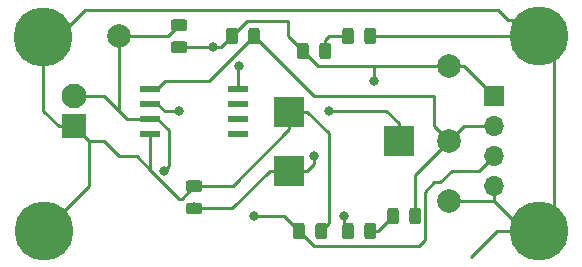
<source format=gbr>
G04 #@! TF.GenerationSoftware,KiCad,Pcbnew,(5.1.4)-1*
G04 #@! TF.CreationDate,2020-01-22T19:26:31-05:00*
G04 #@! TF.ProjectId,UniversalLM393,556e6976-6572-4736-916c-4c4d3339332e,rev?*
G04 #@! TF.SameCoordinates,Original*
G04 #@! TF.FileFunction,Copper,L1,Top*
G04 #@! TF.FilePolarity,Positive*
%FSLAX46Y46*%
G04 Gerber Fmt 4.6, Leading zero omitted, Abs format (unit mm)*
G04 Created by KiCad (PCBNEW (5.1.4)-1) date 2020-01-22 19:26:31*
%MOMM*%
%LPD*%
G04 APERTURE LIST*
%ADD10C,2.100000*%
%ADD11R,2.100000X2.100000*%
%ADD12C,0.100000*%
%ADD13C,0.975000*%
%ADD14C,0.800000*%
%ADD15C,5.000000*%
%ADD16R,1.750000X0.550000*%
%ADD17C,2.000000*%
%ADD18R,2.500000X2.500000*%
%ADD19O,1.700000X1.700000*%
%ADD20R,1.700000X1.700000*%
%ADD21C,0.250000*%
G04 APERTURE END LIST*
D10*
X132080000Y-91440000D03*
D11*
X132080000Y-93980000D03*
D12*
G36*
X161225142Y-100901174D02*
G01*
X161248803Y-100904684D01*
X161272007Y-100910496D01*
X161294529Y-100918554D01*
X161316153Y-100928782D01*
X161336670Y-100941079D01*
X161355883Y-100955329D01*
X161373607Y-100971393D01*
X161389671Y-100989117D01*
X161403921Y-101008330D01*
X161416218Y-101028847D01*
X161426446Y-101050471D01*
X161434504Y-101072993D01*
X161440316Y-101096197D01*
X161443826Y-101119858D01*
X161445000Y-101143750D01*
X161445000Y-102056250D01*
X161443826Y-102080142D01*
X161440316Y-102103803D01*
X161434504Y-102127007D01*
X161426446Y-102149529D01*
X161416218Y-102171153D01*
X161403921Y-102191670D01*
X161389671Y-102210883D01*
X161373607Y-102228607D01*
X161355883Y-102244671D01*
X161336670Y-102258921D01*
X161316153Y-102271218D01*
X161294529Y-102281446D01*
X161272007Y-102289504D01*
X161248803Y-102295316D01*
X161225142Y-102298826D01*
X161201250Y-102300000D01*
X160713750Y-102300000D01*
X160689858Y-102298826D01*
X160666197Y-102295316D01*
X160642993Y-102289504D01*
X160620471Y-102281446D01*
X160598847Y-102271218D01*
X160578330Y-102258921D01*
X160559117Y-102244671D01*
X160541393Y-102228607D01*
X160525329Y-102210883D01*
X160511079Y-102191670D01*
X160498782Y-102171153D01*
X160488554Y-102149529D01*
X160480496Y-102127007D01*
X160474684Y-102103803D01*
X160471174Y-102080142D01*
X160470000Y-102056250D01*
X160470000Y-101143750D01*
X160471174Y-101119858D01*
X160474684Y-101096197D01*
X160480496Y-101072993D01*
X160488554Y-101050471D01*
X160498782Y-101028847D01*
X160511079Y-101008330D01*
X160525329Y-100989117D01*
X160541393Y-100971393D01*
X160559117Y-100955329D01*
X160578330Y-100941079D01*
X160598847Y-100928782D01*
X160620471Y-100918554D01*
X160642993Y-100910496D01*
X160666197Y-100904684D01*
X160689858Y-100901174D01*
X160713750Y-100900000D01*
X161201250Y-100900000D01*
X161225142Y-100901174D01*
X161225142Y-100901174D01*
G37*
D13*
X160957500Y-101600000D03*
D12*
G36*
X159350142Y-100901174D02*
G01*
X159373803Y-100904684D01*
X159397007Y-100910496D01*
X159419529Y-100918554D01*
X159441153Y-100928782D01*
X159461670Y-100941079D01*
X159480883Y-100955329D01*
X159498607Y-100971393D01*
X159514671Y-100989117D01*
X159528921Y-101008330D01*
X159541218Y-101028847D01*
X159551446Y-101050471D01*
X159559504Y-101072993D01*
X159565316Y-101096197D01*
X159568826Y-101119858D01*
X159570000Y-101143750D01*
X159570000Y-102056250D01*
X159568826Y-102080142D01*
X159565316Y-102103803D01*
X159559504Y-102127007D01*
X159551446Y-102149529D01*
X159541218Y-102171153D01*
X159528921Y-102191670D01*
X159514671Y-102210883D01*
X159498607Y-102228607D01*
X159480883Y-102244671D01*
X159461670Y-102258921D01*
X159441153Y-102271218D01*
X159419529Y-102281446D01*
X159397007Y-102289504D01*
X159373803Y-102295316D01*
X159350142Y-102298826D01*
X159326250Y-102300000D01*
X158838750Y-102300000D01*
X158814858Y-102298826D01*
X158791197Y-102295316D01*
X158767993Y-102289504D01*
X158745471Y-102281446D01*
X158723847Y-102271218D01*
X158703330Y-102258921D01*
X158684117Y-102244671D01*
X158666393Y-102228607D01*
X158650329Y-102210883D01*
X158636079Y-102191670D01*
X158623782Y-102171153D01*
X158613554Y-102149529D01*
X158605496Y-102127007D01*
X158599684Y-102103803D01*
X158596174Y-102080142D01*
X158595000Y-102056250D01*
X158595000Y-101143750D01*
X158596174Y-101119858D01*
X158599684Y-101096197D01*
X158605496Y-101072993D01*
X158613554Y-101050471D01*
X158623782Y-101028847D01*
X158636079Y-101008330D01*
X158650329Y-100989117D01*
X158666393Y-100971393D01*
X158684117Y-100955329D01*
X158703330Y-100941079D01*
X158723847Y-100928782D01*
X158745471Y-100918554D01*
X158767993Y-100910496D01*
X158791197Y-100904684D01*
X158814858Y-100901174D01*
X158838750Y-100900000D01*
X159326250Y-100900000D01*
X159350142Y-100901174D01*
X159350142Y-100901174D01*
G37*
D13*
X159082500Y-101600000D03*
D14*
X172775825Y-101544175D03*
X171450000Y-100995000D03*
X170124175Y-101544175D03*
X169575000Y-102870000D03*
X170124175Y-104195825D03*
X171450000Y-104745000D03*
X172775825Y-104195825D03*
X173325000Y-102870000D03*
D15*
X171450000Y-102870000D03*
D14*
X130865825Y-101544175D03*
X129540000Y-100995000D03*
X128214175Y-101544175D03*
X127665000Y-102870000D03*
X128214175Y-104195825D03*
X129540000Y-104745000D03*
X130865825Y-104195825D03*
X131415000Y-102870000D03*
D15*
X129540000Y-102870000D03*
D14*
X172775825Y-85034175D03*
X171450000Y-84485000D03*
X170124175Y-85034175D03*
X169575000Y-86360000D03*
X170124175Y-87685825D03*
X171450000Y-88235000D03*
X172775825Y-87685825D03*
X173325000Y-86360000D03*
D15*
X171450000Y-86360000D03*
D14*
X130810000Y-85090000D03*
X129484175Y-84540825D03*
X128158350Y-85090000D03*
X127609175Y-86415825D03*
X128158350Y-87741650D03*
X129484175Y-88290825D03*
X130810000Y-87741650D03*
X131359175Y-86415825D03*
D15*
X129484175Y-86415825D03*
D16*
X145940000Y-90805000D03*
X145940000Y-92075000D03*
X145940000Y-93345000D03*
X145940000Y-94615000D03*
X138540000Y-94615000D03*
X138540000Y-93345000D03*
X138540000Y-92075000D03*
X138540000Y-90805000D03*
D17*
X163830000Y-95250000D03*
X135890000Y-86360000D03*
X163830000Y-100330000D03*
X163830000Y-88900000D03*
D18*
X150315000Y-97750000D03*
X159565000Y-95250000D03*
X150315000Y-92750000D03*
D12*
G36*
X153605142Y-86931174D02*
G01*
X153628803Y-86934684D01*
X153652007Y-86940496D01*
X153674529Y-86948554D01*
X153696153Y-86958782D01*
X153716670Y-86971079D01*
X153735883Y-86985329D01*
X153753607Y-87001393D01*
X153769671Y-87019117D01*
X153783921Y-87038330D01*
X153796218Y-87058847D01*
X153806446Y-87080471D01*
X153814504Y-87102993D01*
X153820316Y-87126197D01*
X153823826Y-87149858D01*
X153825000Y-87173750D01*
X153825000Y-88086250D01*
X153823826Y-88110142D01*
X153820316Y-88133803D01*
X153814504Y-88157007D01*
X153806446Y-88179529D01*
X153796218Y-88201153D01*
X153783921Y-88221670D01*
X153769671Y-88240883D01*
X153753607Y-88258607D01*
X153735883Y-88274671D01*
X153716670Y-88288921D01*
X153696153Y-88301218D01*
X153674529Y-88311446D01*
X153652007Y-88319504D01*
X153628803Y-88325316D01*
X153605142Y-88328826D01*
X153581250Y-88330000D01*
X153093750Y-88330000D01*
X153069858Y-88328826D01*
X153046197Y-88325316D01*
X153022993Y-88319504D01*
X153000471Y-88311446D01*
X152978847Y-88301218D01*
X152958330Y-88288921D01*
X152939117Y-88274671D01*
X152921393Y-88258607D01*
X152905329Y-88240883D01*
X152891079Y-88221670D01*
X152878782Y-88201153D01*
X152868554Y-88179529D01*
X152860496Y-88157007D01*
X152854684Y-88133803D01*
X152851174Y-88110142D01*
X152850000Y-88086250D01*
X152850000Y-87173750D01*
X152851174Y-87149858D01*
X152854684Y-87126197D01*
X152860496Y-87102993D01*
X152868554Y-87080471D01*
X152878782Y-87058847D01*
X152891079Y-87038330D01*
X152905329Y-87019117D01*
X152921393Y-87001393D01*
X152939117Y-86985329D01*
X152958330Y-86971079D01*
X152978847Y-86958782D01*
X153000471Y-86948554D01*
X153022993Y-86940496D01*
X153046197Y-86934684D01*
X153069858Y-86931174D01*
X153093750Y-86930000D01*
X153581250Y-86930000D01*
X153605142Y-86931174D01*
X153605142Y-86931174D01*
G37*
D13*
X153337500Y-87630000D03*
D12*
G36*
X151730142Y-86931174D02*
G01*
X151753803Y-86934684D01*
X151777007Y-86940496D01*
X151799529Y-86948554D01*
X151821153Y-86958782D01*
X151841670Y-86971079D01*
X151860883Y-86985329D01*
X151878607Y-87001393D01*
X151894671Y-87019117D01*
X151908921Y-87038330D01*
X151921218Y-87058847D01*
X151931446Y-87080471D01*
X151939504Y-87102993D01*
X151945316Y-87126197D01*
X151948826Y-87149858D01*
X151950000Y-87173750D01*
X151950000Y-88086250D01*
X151948826Y-88110142D01*
X151945316Y-88133803D01*
X151939504Y-88157007D01*
X151931446Y-88179529D01*
X151921218Y-88201153D01*
X151908921Y-88221670D01*
X151894671Y-88240883D01*
X151878607Y-88258607D01*
X151860883Y-88274671D01*
X151841670Y-88288921D01*
X151821153Y-88301218D01*
X151799529Y-88311446D01*
X151777007Y-88319504D01*
X151753803Y-88325316D01*
X151730142Y-88328826D01*
X151706250Y-88330000D01*
X151218750Y-88330000D01*
X151194858Y-88328826D01*
X151171197Y-88325316D01*
X151147993Y-88319504D01*
X151125471Y-88311446D01*
X151103847Y-88301218D01*
X151083330Y-88288921D01*
X151064117Y-88274671D01*
X151046393Y-88258607D01*
X151030329Y-88240883D01*
X151016079Y-88221670D01*
X151003782Y-88201153D01*
X150993554Y-88179529D01*
X150985496Y-88157007D01*
X150979684Y-88133803D01*
X150976174Y-88110142D01*
X150975000Y-88086250D01*
X150975000Y-87173750D01*
X150976174Y-87149858D01*
X150979684Y-87126197D01*
X150985496Y-87102993D01*
X150993554Y-87080471D01*
X151003782Y-87058847D01*
X151016079Y-87038330D01*
X151030329Y-87019117D01*
X151046393Y-87001393D01*
X151064117Y-86985329D01*
X151083330Y-86971079D01*
X151103847Y-86958782D01*
X151125471Y-86948554D01*
X151147993Y-86940496D01*
X151171197Y-86934684D01*
X151194858Y-86931174D01*
X151218750Y-86930000D01*
X151706250Y-86930000D01*
X151730142Y-86931174D01*
X151730142Y-86931174D01*
G37*
D13*
X151462500Y-87630000D03*
D12*
G36*
X147587642Y-85661174D02*
G01*
X147611303Y-85664684D01*
X147634507Y-85670496D01*
X147657029Y-85678554D01*
X147678653Y-85688782D01*
X147699170Y-85701079D01*
X147718383Y-85715329D01*
X147736107Y-85731393D01*
X147752171Y-85749117D01*
X147766421Y-85768330D01*
X147778718Y-85788847D01*
X147788946Y-85810471D01*
X147797004Y-85832993D01*
X147802816Y-85856197D01*
X147806326Y-85879858D01*
X147807500Y-85903750D01*
X147807500Y-86816250D01*
X147806326Y-86840142D01*
X147802816Y-86863803D01*
X147797004Y-86887007D01*
X147788946Y-86909529D01*
X147778718Y-86931153D01*
X147766421Y-86951670D01*
X147752171Y-86970883D01*
X147736107Y-86988607D01*
X147718383Y-87004671D01*
X147699170Y-87018921D01*
X147678653Y-87031218D01*
X147657029Y-87041446D01*
X147634507Y-87049504D01*
X147611303Y-87055316D01*
X147587642Y-87058826D01*
X147563750Y-87060000D01*
X147076250Y-87060000D01*
X147052358Y-87058826D01*
X147028697Y-87055316D01*
X147005493Y-87049504D01*
X146982971Y-87041446D01*
X146961347Y-87031218D01*
X146940830Y-87018921D01*
X146921617Y-87004671D01*
X146903893Y-86988607D01*
X146887829Y-86970883D01*
X146873579Y-86951670D01*
X146861282Y-86931153D01*
X146851054Y-86909529D01*
X146842996Y-86887007D01*
X146837184Y-86863803D01*
X146833674Y-86840142D01*
X146832500Y-86816250D01*
X146832500Y-85903750D01*
X146833674Y-85879858D01*
X146837184Y-85856197D01*
X146842996Y-85832993D01*
X146851054Y-85810471D01*
X146861282Y-85788847D01*
X146873579Y-85768330D01*
X146887829Y-85749117D01*
X146903893Y-85731393D01*
X146921617Y-85715329D01*
X146940830Y-85701079D01*
X146961347Y-85688782D01*
X146982971Y-85678554D01*
X147005493Y-85670496D01*
X147028697Y-85664684D01*
X147052358Y-85661174D01*
X147076250Y-85660000D01*
X147563750Y-85660000D01*
X147587642Y-85661174D01*
X147587642Y-85661174D01*
G37*
D13*
X147320000Y-86360000D03*
D12*
G36*
X145712642Y-85661174D02*
G01*
X145736303Y-85664684D01*
X145759507Y-85670496D01*
X145782029Y-85678554D01*
X145803653Y-85688782D01*
X145824170Y-85701079D01*
X145843383Y-85715329D01*
X145861107Y-85731393D01*
X145877171Y-85749117D01*
X145891421Y-85768330D01*
X145903718Y-85788847D01*
X145913946Y-85810471D01*
X145922004Y-85832993D01*
X145927816Y-85856197D01*
X145931326Y-85879858D01*
X145932500Y-85903750D01*
X145932500Y-86816250D01*
X145931326Y-86840142D01*
X145927816Y-86863803D01*
X145922004Y-86887007D01*
X145913946Y-86909529D01*
X145903718Y-86931153D01*
X145891421Y-86951670D01*
X145877171Y-86970883D01*
X145861107Y-86988607D01*
X145843383Y-87004671D01*
X145824170Y-87018921D01*
X145803653Y-87031218D01*
X145782029Y-87041446D01*
X145759507Y-87049504D01*
X145736303Y-87055316D01*
X145712642Y-87058826D01*
X145688750Y-87060000D01*
X145201250Y-87060000D01*
X145177358Y-87058826D01*
X145153697Y-87055316D01*
X145130493Y-87049504D01*
X145107971Y-87041446D01*
X145086347Y-87031218D01*
X145065830Y-87018921D01*
X145046617Y-87004671D01*
X145028893Y-86988607D01*
X145012829Y-86970883D01*
X144998579Y-86951670D01*
X144986282Y-86931153D01*
X144976054Y-86909529D01*
X144967996Y-86887007D01*
X144962184Y-86863803D01*
X144958674Y-86840142D01*
X144957500Y-86816250D01*
X144957500Y-85903750D01*
X144958674Y-85879858D01*
X144962184Y-85856197D01*
X144967996Y-85832993D01*
X144976054Y-85810471D01*
X144986282Y-85788847D01*
X144998579Y-85768330D01*
X145012829Y-85749117D01*
X145028893Y-85731393D01*
X145046617Y-85715329D01*
X145065830Y-85701079D01*
X145086347Y-85688782D01*
X145107971Y-85678554D01*
X145130493Y-85670496D01*
X145153697Y-85664684D01*
X145177358Y-85661174D01*
X145201250Y-85660000D01*
X145688750Y-85660000D01*
X145712642Y-85661174D01*
X145712642Y-85661174D01*
G37*
D13*
X145445000Y-86360000D03*
D12*
G36*
X141450142Y-84936174D02*
G01*
X141473803Y-84939684D01*
X141497007Y-84945496D01*
X141519529Y-84953554D01*
X141541153Y-84963782D01*
X141561670Y-84976079D01*
X141580883Y-84990329D01*
X141598607Y-85006393D01*
X141614671Y-85024117D01*
X141628921Y-85043330D01*
X141641218Y-85063847D01*
X141651446Y-85085471D01*
X141659504Y-85107993D01*
X141665316Y-85131197D01*
X141668826Y-85154858D01*
X141670000Y-85178750D01*
X141670000Y-85666250D01*
X141668826Y-85690142D01*
X141665316Y-85713803D01*
X141659504Y-85737007D01*
X141651446Y-85759529D01*
X141641218Y-85781153D01*
X141628921Y-85801670D01*
X141614671Y-85820883D01*
X141598607Y-85838607D01*
X141580883Y-85854671D01*
X141561670Y-85868921D01*
X141541153Y-85881218D01*
X141519529Y-85891446D01*
X141497007Y-85899504D01*
X141473803Y-85905316D01*
X141450142Y-85908826D01*
X141426250Y-85910000D01*
X140513750Y-85910000D01*
X140489858Y-85908826D01*
X140466197Y-85905316D01*
X140442993Y-85899504D01*
X140420471Y-85891446D01*
X140398847Y-85881218D01*
X140378330Y-85868921D01*
X140359117Y-85854671D01*
X140341393Y-85838607D01*
X140325329Y-85820883D01*
X140311079Y-85801670D01*
X140298782Y-85781153D01*
X140288554Y-85759529D01*
X140280496Y-85737007D01*
X140274684Y-85713803D01*
X140271174Y-85690142D01*
X140270000Y-85666250D01*
X140270000Y-85178750D01*
X140271174Y-85154858D01*
X140274684Y-85131197D01*
X140280496Y-85107993D01*
X140288554Y-85085471D01*
X140298782Y-85063847D01*
X140311079Y-85043330D01*
X140325329Y-85024117D01*
X140341393Y-85006393D01*
X140359117Y-84990329D01*
X140378330Y-84976079D01*
X140398847Y-84963782D01*
X140420471Y-84953554D01*
X140442993Y-84945496D01*
X140466197Y-84939684D01*
X140489858Y-84936174D01*
X140513750Y-84935000D01*
X141426250Y-84935000D01*
X141450142Y-84936174D01*
X141450142Y-84936174D01*
G37*
D13*
X140970000Y-85422500D03*
D12*
G36*
X141450142Y-86811174D02*
G01*
X141473803Y-86814684D01*
X141497007Y-86820496D01*
X141519529Y-86828554D01*
X141541153Y-86838782D01*
X141561670Y-86851079D01*
X141580883Y-86865329D01*
X141598607Y-86881393D01*
X141614671Y-86899117D01*
X141628921Y-86918330D01*
X141641218Y-86938847D01*
X141651446Y-86960471D01*
X141659504Y-86982993D01*
X141665316Y-87006197D01*
X141668826Y-87029858D01*
X141670000Y-87053750D01*
X141670000Y-87541250D01*
X141668826Y-87565142D01*
X141665316Y-87588803D01*
X141659504Y-87612007D01*
X141651446Y-87634529D01*
X141641218Y-87656153D01*
X141628921Y-87676670D01*
X141614671Y-87695883D01*
X141598607Y-87713607D01*
X141580883Y-87729671D01*
X141561670Y-87743921D01*
X141541153Y-87756218D01*
X141519529Y-87766446D01*
X141497007Y-87774504D01*
X141473803Y-87780316D01*
X141450142Y-87783826D01*
X141426250Y-87785000D01*
X140513750Y-87785000D01*
X140489858Y-87783826D01*
X140466197Y-87780316D01*
X140442993Y-87774504D01*
X140420471Y-87766446D01*
X140398847Y-87756218D01*
X140378330Y-87743921D01*
X140359117Y-87729671D01*
X140341393Y-87713607D01*
X140325329Y-87695883D01*
X140311079Y-87676670D01*
X140298782Y-87656153D01*
X140288554Y-87634529D01*
X140280496Y-87612007D01*
X140274684Y-87588803D01*
X140271174Y-87565142D01*
X140270000Y-87541250D01*
X140270000Y-87053750D01*
X140271174Y-87029858D01*
X140274684Y-87006197D01*
X140280496Y-86982993D01*
X140288554Y-86960471D01*
X140298782Y-86938847D01*
X140311079Y-86918330D01*
X140325329Y-86899117D01*
X140341393Y-86881393D01*
X140359117Y-86865329D01*
X140378330Y-86851079D01*
X140398847Y-86838782D01*
X140420471Y-86828554D01*
X140442993Y-86820496D01*
X140466197Y-86814684D01*
X140489858Y-86811174D01*
X140513750Y-86810000D01*
X141426250Y-86810000D01*
X141450142Y-86811174D01*
X141450142Y-86811174D01*
G37*
D13*
X140970000Y-87297500D03*
D19*
X167640000Y-99060000D03*
X167640000Y-96520000D03*
X167640000Y-93980000D03*
D20*
X167640000Y-91440000D03*
D12*
G36*
X155540142Y-85661174D02*
G01*
X155563803Y-85664684D01*
X155587007Y-85670496D01*
X155609529Y-85678554D01*
X155631153Y-85688782D01*
X155651670Y-85701079D01*
X155670883Y-85715329D01*
X155688607Y-85731393D01*
X155704671Y-85749117D01*
X155718921Y-85768330D01*
X155731218Y-85788847D01*
X155741446Y-85810471D01*
X155749504Y-85832993D01*
X155755316Y-85856197D01*
X155758826Y-85879858D01*
X155760000Y-85903750D01*
X155760000Y-86816250D01*
X155758826Y-86840142D01*
X155755316Y-86863803D01*
X155749504Y-86887007D01*
X155741446Y-86909529D01*
X155731218Y-86931153D01*
X155718921Y-86951670D01*
X155704671Y-86970883D01*
X155688607Y-86988607D01*
X155670883Y-87004671D01*
X155651670Y-87018921D01*
X155631153Y-87031218D01*
X155609529Y-87041446D01*
X155587007Y-87049504D01*
X155563803Y-87055316D01*
X155540142Y-87058826D01*
X155516250Y-87060000D01*
X155028750Y-87060000D01*
X155004858Y-87058826D01*
X154981197Y-87055316D01*
X154957993Y-87049504D01*
X154935471Y-87041446D01*
X154913847Y-87031218D01*
X154893330Y-87018921D01*
X154874117Y-87004671D01*
X154856393Y-86988607D01*
X154840329Y-86970883D01*
X154826079Y-86951670D01*
X154813782Y-86931153D01*
X154803554Y-86909529D01*
X154795496Y-86887007D01*
X154789684Y-86863803D01*
X154786174Y-86840142D01*
X154785000Y-86816250D01*
X154785000Y-85903750D01*
X154786174Y-85879858D01*
X154789684Y-85856197D01*
X154795496Y-85832993D01*
X154803554Y-85810471D01*
X154813782Y-85788847D01*
X154826079Y-85768330D01*
X154840329Y-85749117D01*
X154856393Y-85731393D01*
X154874117Y-85715329D01*
X154893330Y-85701079D01*
X154913847Y-85688782D01*
X154935471Y-85678554D01*
X154957993Y-85670496D01*
X154981197Y-85664684D01*
X155004858Y-85661174D01*
X155028750Y-85660000D01*
X155516250Y-85660000D01*
X155540142Y-85661174D01*
X155540142Y-85661174D01*
G37*
D13*
X155272500Y-86360000D03*
D12*
G36*
X157415142Y-85661174D02*
G01*
X157438803Y-85664684D01*
X157462007Y-85670496D01*
X157484529Y-85678554D01*
X157506153Y-85688782D01*
X157526670Y-85701079D01*
X157545883Y-85715329D01*
X157563607Y-85731393D01*
X157579671Y-85749117D01*
X157593921Y-85768330D01*
X157606218Y-85788847D01*
X157616446Y-85810471D01*
X157624504Y-85832993D01*
X157630316Y-85856197D01*
X157633826Y-85879858D01*
X157635000Y-85903750D01*
X157635000Y-86816250D01*
X157633826Y-86840142D01*
X157630316Y-86863803D01*
X157624504Y-86887007D01*
X157616446Y-86909529D01*
X157606218Y-86931153D01*
X157593921Y-86951670D01*
X157579671Y-86970883D01*
X157563607Y-86988607D01*
X157545883Y-87004671D01*
X157526670Y-87018921D01*
X157506153Y-87031218D01*
X157484529Y-87041446D01*
X157462007Y-87049504D01*
X157438803Y-87055316D01*
X157415142Y-87058826D01*
X157391250Y-87060000D01*
X156903750Y-87060000D01*
X156879858Y-87058826D01*
X156856197Y-87055316D01*
X156832993Y-87049504D01*
X156810471Y-87041446D01*
X156788847Y-87031218D01*
X156768330Y-87018921D01*
X156749117Y-87004671D01*
X156731393Y-86988607D01*
X156715329Y-86970883D01*
X156701079Y-86951670D01*
X156688782Y-86931153D01*
X156678554Y-86909529D01*
X156670496Y-86887007D01*
X156664684Y-86863803D01*
X156661174Y-86840142D01*
X156660000Y-86816250D01*
X156660000Y-85903750D01*
X156661174Y-85879858D01*
X156664684Y-85856197D01*
X156670496Y-85832993D01*
X156678554Y-85810471D01*
X156688782Y-85788847D01*
X156701079Y-85768330D01*
X156715329Y-85749117D01*
X156731393Y-85731393D01*
X156749117Y-85715329D01*
X156768330Y-85701079D01*
X156788847Y-85688782D01*
X156810471Y-85678554D01*
X156832993Y-85670496D01*
X156856197Y-85664684D01*
X156879858Y-85661174D01*
X156903750Y-85660000D01*
X157391250Y-85660000D01*
X157415142Y-85661174D01*
X157415142Y-85661174D01*
G37*
D13*
X157147500Y-86360000D03*
D12*
G36*
X155540142Y-102171174D02*
G01*
X155563803Y-102174684D01*
X155587007Y-102180496D01*
X155609529Y-102188554D01*
X155631153Y-102198782D01*
X155651670Y-102211079D01*
X155670883Y-102225329D01*
X155688607Y-102241393D01*
X155704671Y-102259117D01*
X155718921Y-102278330D01*
X155731218Y-102298847D01*
X155741446Y-102320471D01*
X155749504Y-102342993D01*
X155755316Y-102366197D01*
X155758826Y-102389858D01*
X155760000Y-102413750D01*
X155760000Y-103326250D01*
X155758826Y-103350142D01*
X155755316Y-103373803D01*
X155749504Y-103397007D01*
X155741446Y-103419529D01*
X155731218Y-103441153D01*
X155718921Y-103461670D01*
X155704671Y-103480883D01*
X155688607Y-103498607D01*
X155670883Y-103514671D01*
X155651670Y-103528921D01*
X155631153Y-103541218D01*
X155609529Y-103551446D01*
X155587007Y-103559504D01*
X155563803Y-103565316D01*
X155540142Y-103568826D01*
X155516250Y-103570000D01*
X155028750Y-103570000D01*
X155004858Y-103568826D01*
X154981197Y-103565316D01*
X154957993Y-103559504D01*
X154935471Y-103551446D01*
X154913847Y-103541218D01*
X154893330Y-103528921D01*
X154874117Y-103514671D01*
X154856393Y-103498607D01*
X154840329Y-103480883D01*
X154826079Y-103461670D01*
X154813782Y-103441153D01*
X154803554Y-103419529D01*
X154795496Y-103397007D01*
X154789684Y-103373803D01*
X154786174Y-103350142D01*
X154785000Y-103326250D01*
X154785000Y-102413750D01*
X154786174Y-102389858D01*
X154789684Y-102366197D01*
X154795496Y-102342993D01*
X154803554Y-102320471D01*
X154813782Y-102298847D01*
X154826079Y-102278330D01*
X154840329Y-102259117D01*
X154856393Y-102241393D01*
X154874117Y-102225329D01*
X154893330Y-102211079D01*
X154913847Y-102198782D01*
X154935471Y-102188554D01*
X154957993Y-102180496D01*
X154981197Y-102174684D01*
X155004858Y-102171174D01*
X155028750Y-102170000D01*
X155516250Y-102170000D01*
X155540142Y-102171174D01*
X155540142Y-102171174D01*
G37*
D13*
X155272500Y-102870000D03*
D12*
G36*
X157415142Y-102171174D02*
G01*
X157438803Y-102174684D01*
X157462007Y-102180496D01*
X157484529Y-102188554D01*
X157506153Y-102198782D01*
X157526670Y-102211079D01*
X157545883Y-102225329D01*
X157563607Y-102241393D01*
X157579671Y-102259117D01*
X157593921Y-102278330D01*
X157606218Y-102298847D01*
X157616446Y-102320471D01*
X157624504Y-102342993D01*
X157630316Y-102366197D01*
X157633826Y-102389858D01*
X157635000Y-102413750D01*
X157635000Y-103326250D01*
X157633826Y-103350142D01*
X157630316Y-103373803D01*
X157624504Y-103397007D01*
X157616446Y-103419529D01*
X157606218Y-103441153D01*
X157593921Y-103461670D01*
X157579671Y-103480883D01*
X157563607Y-103498607D01*
X157545883Y-103514671D01*
X157526670Y-103528921D01*
X157506153Y-103541218D01*
X157484529Y-103551446D01*
X157462007Y-103559504D01*
X157438803Y-103565316D01*
X157415142Y-103568826D01*
X157391250Y-103570000D01*
X156903750Y-103570000D01*
X156879858Y-103568826D01*
X156856197Y-103565316D01*
X156832993Y-103559504D01*
X156810471Y-103551446D01*
X156788847Y-103541218D01*
X156768330Y-103528921D01*
X156749117Y-103514671D01*
X156731393Y-103498607D01*
X156715329Y-103480883D01*
X156701079Y-103461670D01*
X156688782Y-103441153D01*
X156678554Y-103419529D01*
X156670496Y-103397007D01*
X156664684Y-103373803D01*
X156661174Y-103350142D01*
X156660000Y-103326250D01*
X156660000Y-102413750D01*
X156661174Y-102389858D01*
X156664684Y-102366197D01*
X156670496Y-102342993D01*
X156678554Y-102320471D01*
X156688782Y-102298847D01*
X156701079Y-102278330D01*
X156715329Y-102259117D01*
X156731393Y-102241393D01*
X156749117Y-102225329D01*
X156768330Y-102211079D01*
X156788847Y-102198782D01*
X156810471Y-102188554D01*
X156832993Y-102180496D01*
X156856197Y-102174684D01*
X156879858Y-102171174D01*
X156903750Y-102170000D01*
X157391250Y-102170000D01*
X157415142Y-102171174D01*
X157415142Y-102171174D01*
G37*
D13*
X157147500Y-102870000D03*
D12*
G36*
X142720142Y-98573674D02*
G01*
X142743803Y-98577184D01*
X142767007Y-98582996D01*
X142789529Y-98591054D01*
X142811153Y-98601282D01*
X142831670Y-98613579D01*
X142850883Y-98627829D01*
X142868607Y-98643893D01*
X142884671Y-98661617D01*
X142898921Y-98680830D01*
X142911218Y-98701347D01*
X142921446Y-98722971D01*
X142929504Y-98745493D01*
X142935316Y-98768697D01*
X142938826Y-98792358D01*
X142940000Y-98816250D01*
X142940000Y-99303750D01*
X142938826Y-99327642D01*
X142935316Y-99351303D01*
X142929504Y-99374507D01*
X142921446Y-99397029D01*
X142911218Y-99418653D01*
X142898921Y-99439170D01*
X142884671Y-99458383D01*
X142868607Y-99476107D01*
X142850883Y-99492171D01*
X142831670Y-99506421D01*
X142811153Y-99518718D01*
X142789529Y-99528946D01*
X142767007Y-99537004D01*
X142743803Y-99542816D01*
X142720142Y-99546326D01*
X142696250Y-99547500D01*
X141783750Y-99547500D01*
X141759858Y-99546326D01*
X141736197Y-99542816D01*
X141712993Y-99537004D01*
X141690471Y-99528946D01*
X141668847Y-99518718D01*
X141648330Y-99506421D01*
X141629117Y-99492171D01*
X141611393Y-99476107D01*
X141595329Y-99458383D01*
X141581079Y-99439170D01*
X141568782Y-99418653D01*
X141558554Y-99397029D01*
X141550496Y-99374507D01*
X141544684Y-99351303D01*
X141541174Y-99327642D01*
X141540000Y-99303750D01*
X141540000Y-98816250D01*
X141541174Y-98792358D01*
X141544684Y-98768697D01*
X141550496Y-98745493D01*
X141558554Y-98722971D01*
X141568782Y-98701347D01*
X141581079Y-98680830D01*
X141595329Y-98661617D01*
X141611393Y-98643893D01*
X141629117Y-98627829D01*
X141648330Y-98613579D01*
X141668847Y-98601282D01*
X141690471Y-98591054D01*
X141712993Y-98582996D01*
X141736197Y-98577184D01*
X141759858Y-98573674D01*
X141783750Y-98572500D01*
X142696250Y-98572500D01*
X142720142Y-98573674D01*
X142720142Y-98573674D01*
G37*
D13*
X142240000Y-99060000D03*
D12*
G36*
X142720142Y-100448674D02*
G01*
X142743803Y-100452184D01*
X142767007Y-100457996D01*
X142789529Y-100466054D01*
X142811153Y-100476282D01*
X142831670Y-100488579D01*
X142850883Y-100502829D01*
X142868607Y-100518893D01*
X142884671Y-100536617D01*
X142898921Y-100555830D01*
X142911218Y-100576347D01*
X142921446Y-100597971D01*
X142929504Y-100620493D01*
X142935316Y-100643697D01*
X142938826Y-100667358D01*
X142940000Y-100691250D01*
X142940000Y-101178750D01*
X142938826Y-101202642D01*
X142935316Y-101226303D01*
X142929504Y-101249507D01*
X142921446Y-101272029D01*
X142911218Y-101293653D01*
X142898921Y-101314170D01*
X142884671Y-101333383D01*
X142868607Y-101351107D01*
X142850883Y-101367171D01*
X142831670Y-101381421D01*
X142811153Y-101393718D01*
X142789529Y-101403946D01*
X142767007Y-101412004D01*
X142743803Y-101417816D01*
X142720142Y-101421326D01*
X142696250Y-101422500D01*
X141783750Y-101422500D01*
X141759858Y-101421326D01*
X141736197Y-101417816D01*
X141712993Y-101412004D01*
X141690471Y-101403946D01*
X141668847Y-101393718D01*
X141648330Y-101381421D01*
X141629117Y-101367171D01*
X141611393Y-101351107D01*
X141595329Y-101333383D01*
X141581079Y-101314170D01*
X141568782Y-101293653D01*
X141558554Y-101272029D01*
X141550496Y-101249507D01*
X141544684Y-101226303D01*
X141541174Y-101202642D01*
X141540000Y-101178750D01*
X141540000Y-100691250D01*
X141541174Y-100667358D01*
X141544684Y-100643697D01*
X141550496Y-100620493D01*
X141558554Y-100597971D01*
X141568782Y-100576347D01*
X141581079Y-100555830D01*
X141595329Y-100536617D01*
X141611393Y-100518893D01*
X141629117Y-100502829D01*
X141648330Y-100488579D01*
X141668847Y-100476282D01*
X141690471Y-100466054D01*
X141712993Y-100457996D01*
X141736197Y-100452184D01*
X141759858Y-100448674D01*
X141783750Y-100447500D01*
X142696250Y-100447500D01*
X142720142Y-100448674D01*
X142720142Y-100448674D01*
G37*
D13*
X142240000Y-100935000D03*
D12*
G36*
X153272642Y-102171174D02*
G01*
X153296303Y-102174684D01*
X153319507Y-102180496D01*
X153342029Y-102188554D01*
X153363653Y-102198782D01*
X153384170Y-102211079D01*
X153403383Y-102225329D01*
X153421107Y-102241393D01*
X153437171Y-102259117D01*
X153451421Y-102278330D01*
X153463718Y-102298847D01*
X153473946Y-102320471D01*
X153482004Y-102342993D01*
X153487816Y-102366197D01*
X153491326Y-102389858D01*
X153492500Y-102413750D01*
X153492500Y-103326250D01*
X153491326Y-103350142D01*
X153487816Y-103373803D01*
X153482004Y-103397007D01*
X153473946Y-103419529D01*
X153463718Y-103441153D01*
X153451421Y-103461670D01*
X153437171Y-103480883D01*
X153421107Y-103498607D01*
X153403383Y-103514671D01*
X153384170Y-103528921D01*
X153363653Y-103541218D01*
X153342029Y-103551446D01*
X153319507Y-103559504D01*
X153296303Y-103565316D01*
X153272642Y-103568826D01*
X153248750Y-103570000D01*
X152761250Y-103570000D01*
X152737358Y-103568826D01*
X152713697Y-103565316D01*
X152690493Y-103559504D01*
X152667971Y-103551446D01*
X152646347Y-103541218D01*
X152625830Y-103528921D01*
X152606617Y-103514671D01*
X152588893Y-103498607D01*
X152572829Y-103480883D01*
X152558579Y-103461670D01*
X152546282Y-103441153D01*
X152536054Y-103419529D01*
X152527996Y-103397007D01*
X152522184Y-103373803D01*
X152518674Y-103350142D01*
X152517500Y-103326250D01*
X152517500Y-102413750D01*
X152518674Y-102389858D01*
X152522184Y-102366197D01*
X152527996Y-102342993D01*
X152536054Y-102320471D01*
X152546282Y-102298847D01*
X152558579Y-102278330D01*
X152572829Y-102259117D01*
X152588893Y-102241393D01*
X152606617Y-102225329D01*
X152625830Y-102211079D01*
X152646347Y-102198782D01*
X152667971Y-102188554D01*
X152690493Y-102180496D01*
X152713697Y-102174684D01*
X152737358Y-102171174D01*
X152761250Y-102170000D01*
X153248750Y-102170000D01*
X153272642Y-102171174D01*
X153272642Y-102171174D01*
G37*
D13*
X153005000Y-102870000D03*
D12*
G36*
X151397642Y-102171174D02*
G01*
X151421303Y-102174684D01*
X151444507Y-102180496D01*
X151467029Y-102188554D01*
X151488653Y-102198782D01*
X151509170Y-102211079D01*
X151528383Y-102225329D01*
X151546107Y-102241393D01*
X151562171Y-102259117D01*
X151576421Y-102278330D01*
X151588718Y-102298847D01*
X151598946Y-102320471D01*
X151607004Y-102342993D01*
X151612816Y-102366197D01*
X151616326Y-102389858D01*
X151617500Y-102413750D01*
X151617500Y-103326250D01*
X151616326Y-103350142D01*
X151612816Y-103373803D01*
X151607004Y-103397007D01*
X151598946Y-103419529D01*
X151588718Y-103441153D01*
X151576421Y-103461670D01*
X151562171Y-103480883D01*
X151546107Y-103498607D01*
X151528383Y-103514671D01*
X151509170Y-103528921D01*
X151488653Y-103541218D01*
X151467029Y-103551446D01*
X151444507Y-103559504D01*
X151421303Y-103565316D01*
X151397642Y-103568826D01*
X151373750Y-103570000D01*
X150886250Y-103570000D01*
X150862358Y-103568826D01*
X150838697Y-103565316D01*
X150815493Y-103559504D01*
X150792971Y-103551446D01*
X150771347Y-103541218D01*
X150750830Y-103528921D01*
X150731617Y-103514671D01*
X150713893Y-103498607D01*
X150697829Y-103480883D01*
X150683579Y-103461670D01*
X150671282Y-103441153D01*
X150661054Y-103419529D01*
X150652996Y-103397007D01*
X150647184Y-103373803D01*
X150643674Y-103350142D01*
X150642500Y-103326250D01*
X150642500Y-102413750D01*
X150643674Y-102389858D01*
X150647184Y-102366197D01*
X150652996Y-102342993D01*
X150661054Y-102320471D01*
X150671282Y-102298847D01*
X150683579Y-102278330D01*
X150697829Y-102259117D01*
X150713893Y-102241393D01*
X150731617Y-102225329D01*
X150750830Y-102211079D01*
X150771347Y-102198782D01*
X150792971Y-102188554D01*
X150815493Y-102180496D01*
X150838697Y-102174684D01*
X150862358Y-102171174D01*
X150886250Y-102170000D01*
X151373750Y-102170000D01*
X151397642Y-102171174D01*
X151397642Y-102171174D01*
G37*
D13*
X151130000Y-102870000D03*
D14*
X139700000Y-97790000D03*
X147320000Y-101600000D03*
X139700000Y-97790000D03*
X154940000Y-101600000D03*
X146050000Y-88900000D03*
X152400000Y-96520000D03*
X157480000Y-90170000D03*
X143842500Y-87297500D03*
X153670000Y-92710000D03*
X140970000Y-92710000D03*
D21*
X165100000Y-100330000D02*
X167640000Y-100330000D01*
X141177510Y-100122490D02*
X142240000Y-99060000D01*
X153670000Y-102205000D02*
X153005000Y-102870000D01*
X153670000Y-94605000D02*
X153670000Y-102205000D01*
X150315000Y-92750000D02*
X151815000Y-92750000D01*
X151815000Y-92750000D02*
X153670000Y-94605000D01*
X170180000Y-102870000D02*
X171450000Y-102870000D01*
X167640000Y-100330000D02*
X170180000Y-102870000D01*
X171450000Y-102870000D02*
X172720000Y-101600000D01*
X172720000Y-101600000D02*
X172720000Y-87630000D01*
X172720000Y-87630000D02*
X171450000Y-86360000D01*
X171450000Y-86360000D02*
X160957500Y-86360000D01*
X167640000Y-100330000D02*
X167640000Y-99060000D01*
X145505000Y-99060000D02*
X142240000Y-99060000D01*
X150315000Y-92750000D02*
X150315000Y-94250000D01*
X150315000Y-94250000D02*
X145505000Y-99060000D01*
X167914467Y-102870000D02*
X171450000Y-102870000D01*
X165724477Y-105059990D02*
X167914467Y-102870000D01*
X170124175Y-85034175D02*
X171450000Y-86360000D01*
X163830000Y-100330000D02*
X165100000Y-100330000D01*
X138540000Y-94615000D02*
X138540000Y-97680000D01*
X138540000Y-97680000D02*
X140970000Y-100110000D01*
X141190000Y-100110000D02*
X140970000Y-100110000D01*
X137380000Y-96520000D02*
X138540000Y-97680000D01*
X135890000Y-96520000D02*
X137380000Y-96520000D01*
X132080000Y-93980000D02*
X133350000Y-95250000D01*
X133350000Y-95250000D02*
X134620000Y-95250000D01*
X134620000Y-95250000D02*
X135890000Y-96520000D01*
X133350000Y-95250000D02*
X133350000Y-99060000D01*
X133350000Y-99060000D02*
X129540000Y-102870000D01*
X129484175Y-92684175D02*
X129484175Y-86415825D01*
X132080000Y-93980000D02*
X130780000Y-93980000D01*
X130780000Y-93980000D02*
X129484175Y-92684175D01*
X168854175Y-85034175D02*
X170124175Y-85034175D01*
X167990010Y-84170010D02*
X168854175Y-85034175D01*
X132999990Y-84170010D02*
X167990010Y-84170010D01*
X129484175Y-86415825D02*
X130754175Y-86415825D01*
X130754175Y-86415825D02*
X132999990Y-84170010D01*
X160957500Y-86360000D02*
X157147500Y-86360000D01*
X136525000Y-93345000D02*
X138540000Y-93345000D01*
X135890000Y-92710000D02*
X135890000Y-86360000D01*
X136525000Y-93345000D02*
X135890000Y-92710000D01*
X140032500Y-86360000D02*
X140970000Y-85422500D01*
X135890000Y-86360000D02*
X140032500Y-86360000D01*
X139140000Y-93345000D02*
X139775000Y-93980000D01*
X147320000Y-101600000D02*
X149860000Y-101600000D01*
X149860000Y-101600000D02*
X151130000Y-102870000D01*
X140099999Y-97390001D02*
X140099999Y-94379999D01*
X139700000Y-97790000D02*
X140099999Y-97390001D01*
X139140000Y-93345000D02*
X138540000Y-93345000D01*
X140099999Y-94304999D02*
X139140000Y-93345000D01*
X140099999Y-94379999D02*
X140099999Y-94304999D01*
X166370000Y-97790000D02*
X167640000Y-96520000D01*
X163105000Y-98750020D02*
X164065020Y-97790000D01*
X152400000Y-104140000D02*
X161290000Y-104140000D01*
X151130000Y-102870000D02*
X152400000Y-104140000D01*
X161290000Y-104140000D02*
X161770010Y-103659990D01*
X164065020Y-97790000D02*
X166370000Y-97790000D01*
X161770010Y-103659990D02*
X161770010Y-99540010D01*
X161770010Y-99540010D02*
X162560000Y-98750020D01*
X162560000Y-98750020D02*
X163105000Y-98750020D01*
X134620000Y-91440000D02*
X135890000Y-92710000D01*
X132080000Y-91440000D02*
X134620000Y-91440000D01*
X144507500Y-87297500D02*
X145445000Y-86360000D01*
X140970000Y-87297500D02*
X143842500Y-87297500D01*
X142240000Y-100935000D02*
X145445000Y-100935000D01*
X148630000Y-97750000D02*
X150315000Y-97750000D01*
X145445000Y-100935000D02*
X148630000Y-97750000D01*
X151462500Y-87630000D02*
X152732500Y-88900000D01*
X157480000Y-90170000D02*
X157480000Y-88900000D01*
X152732500Y-88900000D02*
X157480000Y-88900000D01*
X157480000Y-88900000D02*
X165100000Y-88900000D01*
X152400000Y-97085685D02*
X152400000Y-96520000D01*
X152400000Y-97165000D02*
X152400000Y-97085685D01*
X151815000Y-97750000D02*
X152400000Y-97165000D01*
X150315000Y-97750000D02*
X151815000Y-97750000D01*
X165100000Y-88900000D02*
X167640000Y-91440000D01*
X150210010Y-86377510D02*
X151462500Y-87630000D01*
X150210010Y-85090000D02*
X150210010Y-86377510D01*
X145445000Y-86360000D02*
X146715000Y-85090000D01*
X146715000Y-85090000D02*
X150210010Y-85090000D01*
X143842500Y-87297500D02*
X144507500Y-87297500D01*
X145940000Y-89010000D02*
X146050000Y-88900000D01*
X145940000Y-90805000D02*
X145940000Y-89010000D01*
X154940000Y-102537500D02*
X155272500Y-102870000D01*
X154940000Y-101600000D02*
X154940000Y-102537500D01*
X153337500Y-87630000D02*
X153337500Y-86692500D01*
X155272500Y-86360000D02*
X153670000Y-86360000D01*
X153337500Y-86692500D02*
X153670000Y-86360000D01*
X159565000Y-93750000D02*
X159565000Y-95250000D01*
X158525000Y-92710000D02*
X159565000Y-93750000D01*
X156210000Y-92710000D02*
X158525000Y-92710000D01*
X139775000Y-92710000D02*
X140970000Y-92710000D01*
X138540000Y-92075000D02*
X139140000Y-92075000D01*
X139140000Y-92075000D02*
X139775000Y-92710000D01*
X153670000Y-92710000D02*
X156210000Y-92710000D01*
X157812500Y-102870000D02*
X159082500Y-101600000D01*
X157147500Y-102870000D02*
X157812500Y-102870000D01*
X139140000Y-90805000D02*
X139775000Y-90170000D01*
X138540000Y-90805000D02*
X139140000Y-90805000D01*
X143510000Y-90170000D02*
X147320000Y-86360000D01*
X139775000Y-90170000D02*
X143510000Y-90170000D01*
X163830000Y-95250000D02*
X165100000Y-93980000D01*
X165100000Y-93980000D02*
X167640000Y-93980000D01*
X162560000Y-93980000D02*
X163830000Y-95250000D01*
X162560000Y-91440000D02*
X162560000Y-93980000D01*
X147320000Y-86360000D02*
X152400000Y-91440000D01*
X152400000Y-91440000D02*
X162560000Y-91440000D01*
X160957500Y-98122500D02*
X163830000Y-95250000D01*
X160957500Y-101600000D02*
X160957500Y-98122500D01*
M02*

</source>
